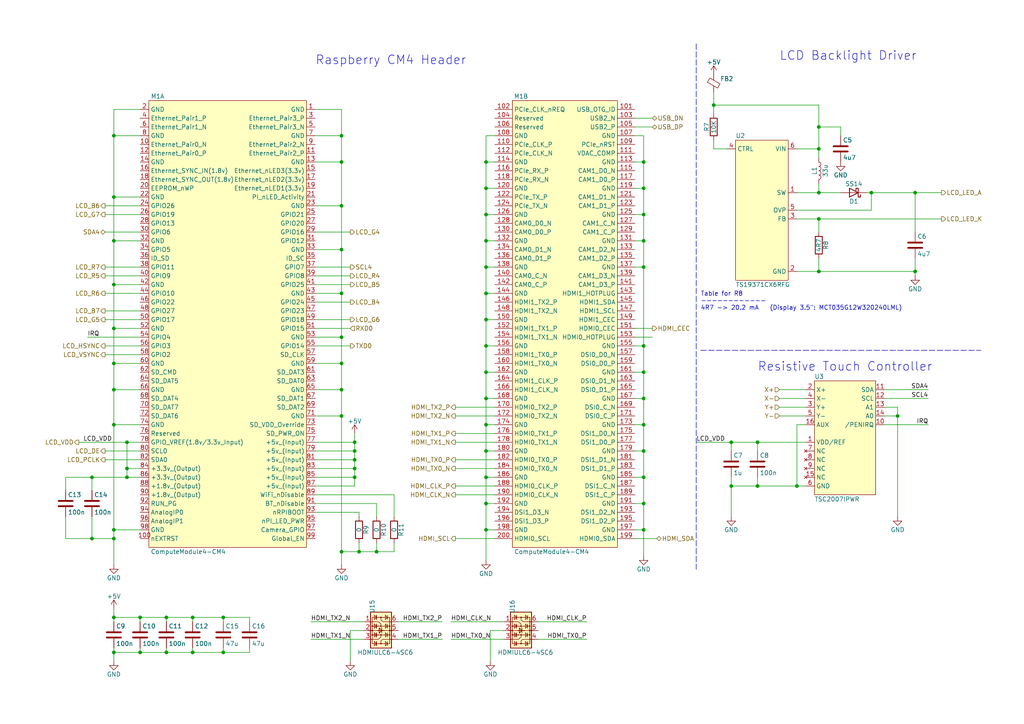
<source format=kicad_sch>
(kicad_sch (version 20211123) (generator eeschema)
  (paper "A4")
  (title_block (title "FlightSimController") (date "2022-12-05") (rev "A") (company "https://github.com/peterheinrich/FlightSimController") (comment 4 "License: CERN-OHL-P v2"))
  (lib_symbols
    (symbol "CM4IO:ComputeModule4-CM4"
      (property "Reference" "M?" (at 2.54 1.27 0))
      (property "Value" "ComputeModule4-CM4" (at 11.43 -130.81 0))
      (symbol "ComputeModule4-CM4_1_1"
        (pin power_in line (at 48.26 -2.54 180) (length 2.54) (name "GND") (number "1"))
        (pin passive line (at -2.54 -12.7 0) (length 2.54) (name "Ethernet_Pair0_N") (number "10"))
        (pin output line (at -2.54 -127 0) (length 2.54) (name "nEXTRST") (number "100"))
        (pin passive line (at 48.26 -15.24 180) (length 2.54) (name "Ethernet_Pair2_P") (number "11"))
        (pin passive line (at -2.54 -15.24 0) (length 2.54) (name "Ethernet_Pair0_P") (number "12"))
        (pin power_in line (at 48.26 -17.78 180) (length 2.54) (name "GND") (number "13"))
        (pin power_in line (at -2.54 -17.78 0) (length 2.54) (name "GND") (number "14"))
        (pin output line (at 48.26 -20.32 180) (length 2.54) (name "Ethernet_nLED3(3.3v)") (number "15"))
        (pin input line (at -2.54 -20.32 0) (length 2.54) (name "Ethernet_SYNC_IN(1.8v)") (number "16"))
        (pin output line (at 48.26 -22.86 180) (length 2.54) (name "Ethernet_nLED2(3.3v)") (number "17"))
        (pin input line (at -2.54 -22.86 0) (length 2.54) (name "Ethernet_SYNC_OUT(1.8v)") (number "18"))
        (pin output line (at 48.26 -25.4 180) (length 2.54) (name "Ethernet_nLED1(3.3v)") (number "19"))
        (pin power_in line (at -2.54 -2.54 0) (length 2.54) (name "GND") (number "2"))
        (pin passive line (at -2.54 -25.4 0) (length 2.54) (name "EEPROM_nWP") (number "20"))
        (pin open_collector line (at 48.26 -27.94 180) (length 2.54) (name "PI_nLED_Activity") (number "21"))
        (pin power_in line (at -2.54 -27.94 0) (length 2.54) (name "GND") (number "22"))
        (pin power_in line (at 48.26 -30.48 180) (length 2.54) (name "GND") (number "23"))
        (pin passive line (at -2.54 -30.48 0) (length 2.54) (name "GPIO26") (number "24"))
        (pin passive line (at 48.26 -33.02 180) (length 2.54) (name "GPIO21") (number "25"))
        (pin passive line (at -2.54 -33.02 0) (length 2.54) (name "GPIO19") (number "26"))
        (pin passive line (at 48.26 -35.56 180) (length 2.54) (name "GPIO20") (number "27"))
        (pin passive line (at -2.54 -35.56 0) (length 2.54) (name "GPIO13") (number "28"))
        (pin passive line (at 48.26 -38.1 180) (length 2.54) (name "GPIO16") (number "29"))
        (pin passive line (at 48.26 -5.08 180) (length 2.54) (name "Ethernet_Pair3_P") (number "3"))
        (pin passive line (at -2.54 -38.1 0) (length 2.54) (name "GPIO6") (number "30"))
        (pin passive line (at 48.26 -40.64 180) (length 2.54) (name "GPIO12") (number "31"))
        (pin power_in line (at -2.54 -40.64 0) (length 2.54) (name "GND") (number "32"))
        (pin power_in line (at 48.26 -43.18 180) (length 2.54) (name "GND") (number "33"))
        (pin passive line (at -2.54 -43.18 0) (length 2.54) (name "GPIO5") (number "34"))
        (pin passive line (at 48.26 -45.72 180) (length 2.54) (name "ID_SC") (number "35"))
        (pin passive line (at -2.54 -45.72 0) (length 2.54) (name "ID_SD") (number "36"))
        (pin passive line (at 48.26 -48.26 180) (length 2.54) (name "GPIO7") (number "37"))
        (pin passive line (at -2.54 -48.26 0) (length 2.54) (name "GPIO11") (number "38"))
        (pin passive line (at 48.26 -50.8 180) (length 2.54) (name "GPIO8") (number "39"))
        (pin passive line (at -2.54 -5.08 0) (length 2.54) (name "Ethernet_Pair1_P") (number "4"))
        (pin passive line (at -2.54 -50.8 0) (length 2.54) (name "GPIO9") (number "40"))
        (pin passive line (at 48.26 -53.34 180) (length 2.54) (name "GPIO25") (number "41"))
        (pin power_in line (at -2.54 -53.34 0) (length 2.54) (name "GND") (number "42"))
        (pin power_in line (at 48.26 -55.88 180) (length 2.54) (name "GND") (number "43"))
        (pin passive line (at -2.54 -55.88 0) (length 2.54) (name "GPIO10") (number "44"))
        (pin passive line (at 48.26 -58.42 180) (length 2.54) (name "GPIO24") (number "45"))
        (pin passive line (at -2.54 -58.42 0) (length 2.54) (name "GPIO22") (number "46"))
        (pin passive line (at 48.26 -60.96 180) (length 2.54) (name "GPIO23") (number "47"))
        (pin passive line (at -2.54 -60.96 0) (length 2.54) (name "GPIO27") (number "48"))
        (pin passive line (at 48.26 -63.5 180) (length 2.54) (name "GPIO18") (number "49"))
        (pin passive line (at 48.26 -7.62 180) (length 2.54) (name "Ethernet_Pair3_N") (number "5"))
        (pin passive line (at -2.54 -63.5 0) (length 2.54) (name "GPIO17") (number "50"))
        (pin passive line (at 48.26 -66.04 180) (length 2.54) (name "GPIO15") (number "51"))
        (pin power_in line (at -2.54 -66.04 0) (length 2.54) (name "GND") (number "52"))
        (pin power_in line (at 48.26 -68.58 180) (length 2.54) (name "GND") (number "53"))
        (pin passive line (at -2.54 -68.58 0) (length 2.54) (name "GPIO4") (number "54"))
        (pin passive line (at 48.26 -71.12 180) (length 2.54) (name "GPIO14") (number "55"))
        (pin passive line (at -2.54 -71.12 0) (length 2.54) (name "GPIO3") (number "56"))
        (pin passive line (at 48.26 -73.66 180) (length 2.54) (name "SD_CLK") (number "57"))
        (pin passive line (at -2.54 -73.66 0) (length 2.54) (name "GPIO2") (number "58"))
        (pin power_in line (at 48.26 -76.2 180) (length 2.54) (name "GND") (number "59"))
        (pin passive line (at -2.54 -7.62 0) (length 2.54) (name "Ethernet_Pair1_N") (number "6"))
        (pin power_in line (at -2.54 -76.2 0) (length 2.54) (name "GND") (number "60"))
        (pin passive line (at 48.26 -78.74 180) (length 2.54) (name "SD_DAT3") (number "61"))
        (pin passive line (at -2.54 -78.74 0) (length 2.54) (name "SD_CMD") (number "62"))
        (pin passive line (at 48.26 -81.28 180) (length 2.54) (name "SD_DAT0") (number "63"))
        (pin passive line (at -2.54 -81.28 0) (length 2.54) (name "SD_DAT5") (number "64"))
        (pin power_in line (at 48.26 -83.82 180) (length 2.54) (name "GND") (number "65"))
        (pin power_in line (at -2.54 -83.82 0) (length 2.54) (name "GND") (number "66"))
        (pin passive line (at 48.26 -86.36 180) (length 2.54) (name "SD_DAT1") (number "67"))
        (pin passive line (at -2.54 -86.36 0) (length 2.54) (name "SD_DAT4") (number "68"))
        (pin passive line (at 48.26 -88.9 180) (length 2.54) (name "SD_DAT2") (number "69"))
        (pin power_in line (at 48.26 -10.16 180) (length 2.54) (name "GND") (number "7"))
        (pin passive line (at -2.54 -88.9 0) (length 2.54) (name "SD_DAT7") (number "70"))
        (pin power_in line (at 48.26 -91.44 180) (length 2.54) (name "GND") (number "71"))
        (pin passive line (at -2.54 -91.44 0) (length 2.54) (name "SD_DAT6") (number "72"))
        (pin input line (at 48.26 -93.98 180) (length 2.54) (name "SD_VDD_Override") (number "73"))
        (pin power_in line (at -2.54 -93.98 0) (length 2.54) (name "GND") (number "74"))
        (pin output line (at 48.26 -96.52 180) (length 2.54) (name "SD_PWR_ON") (number "75"))
        (pin passive line (at -2.54 -96.52 0) (length 2.54) (name "Reserved") (number "76"))
        (pin power_in line (at 48.26 -99.06 180) (length 2.54) (name "+5v_(Input)") (number "77"))
        (pin power_in line (at -2.54 -99.06 0) (length 2.54) (name "GPIO_VREF(1.8v/3.3v_Input)") (number "78"))
        (pin power_in line (at 48.26 -101.6 180) (length 2.54) (name "+5v_(Input)") (number "79"))
        (pin power_in line (at -2.54 -10.16 0) (length 2.54) (name "GND") (number "8"))
        (pin passive line (at -2.54 -101.6 0) (length 2.54) (name "SCL0") (number "80"))
        (pin power_in line (at 48.26 -104.14 180) (length 2.54) (name "+5v_(Input)") (number "81"))
        (pin passive line (at -2.54 -104.14 0) (length 2.54) (name "SDA0") (number "82"))
        (pin power_in line (at 48.26 -106.68 180) (length 2.54) (name "+5v_(Input)") (number "83"))
        (pin power_out line (at -2.54 -106.68 0) (length 2.54) (name "+3.3v_(Output)") (number "84"))
        (pin power_in line (at 48.26 -109.22 180) (length 2.54) (name "+5v_(Input)") (number "85"))
        (pin power_out line (at -2.54 -109.22 0) (length 2.54) (name "+3.3v_(Output)") (number "86"))
        (pin power_in line (at 48.26 -111.76 180) (length 2.54) (name "+5v_(Input)") (number "87"))
        (pin power_out line (at -2.54 -111.76 0) (length 2.54) (name "+1.8v_(Output)") (number "88"))
        (pin power_in line (at 48.26 -114.3 180) (length 2.54) (name "WiFi_nDisable") (number "89"))
        (pin passive line (at 48.26 -12.7 180) (length 2.54) (name "Ethernet_Pair2_N") (number "9"))
        (pin power_out line (at -2.54 -114.3 0) (length 2.54) (name "+1.8v_(Output)") (number "90"))
        (pin power_in line (at 48.26 -116.84 180) (length 2.54) (name "BT_nDisable") (number "91"))
        (pin passive line (at -2.54 -116.84 0) (length 2.54) (name "RUN_PG") (number "92"))
        (pin input line (at 48.26 -119.38 180) (length 2.54) (name "nRPIBOOT") (number "93"))
        (pin passive line (at -2.54 -119.38 0) (length 2.54) (name "AnalogIP0") (number "94"))
        (pin output line (at 48.26 -121.92 180) (length 2.54) (name "nPI_LED_PWR") (number "95"))
        (pin passive line (at -2.54 -121.92 0) (length 2.54) (name "AnalogIP1") (number "96"))
        (pin passive line (at 48.26 -124.46 180) (length 2.54) (name "Camera_GPIO") (number "97"))
        (pin power_in line (at -2.54 -124.46 0) (length 2.54) (name "GND") (number "98"))
        (pin input line (at 48.26 -127 180) (length 2.54) (name "Global_EN") (number "99"))
      )
      (symbol "ComputeModule4-CM4_2_1"
        (pin input line (at 35.56 -2.54 180) (length 5.08) (name "USB_OTG_ID") (number "101"))
        (pin input line (at -5.08 -2.54 0) (length 5.08) (name "PCIe_CLK_nREQ") (number "102"))
        (pin passive line (at 35.56 -5.08 180) (length 5.08) (name "USB2_N") (number "103"))
        (pin passive line (at -5.08 -5.08 0) (length 5.08) (name "Reserved") (number "104"))
        (pin passive line (at 35.56 -7.62 180) (length 5.08) (name "USB2_P") (number "105"))
        (pin passive line (at -5.08 -7.62 0) (length 5.08) (name "Reserved") (number "106"))
        (pin power_in line (at 35.56 -10.16 180) (length 5.08) (name "GND") (number "107"))
        (pin power_in line (at -5.08 -10.16 0) (length 5.08) (name "GND") (number "108"))
        (pin bidirectional line (at 35.56 -12.7 180) (length 5.08) (name "PCIe_nRST") (number "109"))
        (pin output line (at -5.08 -12.7 0) (length 5.08) (name "PCIe_CLK_P") (number "110"))
        (pin passive line (at 35.56 -15.24 180) (length 5.08) (name "VDAC_COMP") (number "111"))
        (pin output line (at -5.08 -15.24 0) (length 5.08) (name "PCIe_CLK_N") (number "112"))
        (pin power_in line (at 35.56 -17.78 180) (length 5.08) (name "GND") (number "113"))
        (pin power_in line (at -5.08 -17.78 0) (length 5.08) (name "GND") (number "114"))
        (pin input line (at 35.56 -20.32 180) (length 5.08) (name "CAM1_D0_N") (number "115"))
        (pin input line (at -5.08 -20.32 0) (length 5.08) (name "PCIe_RX_P") (number "116"))
        (pin input line (at 35.56 -22.86 180) (length 5.08) (name "CAM1_D0_P") (number "117"))
        (pin input line (at -5.08 -22.86 0) (length 5.08) (name "PCIe_RX_N") (number "118"))
        (pin power_in line (at 35.56 -25.4 180) (length 5.08) (name "GND") (number "119"))
        (pin power_in line (at -5.08 -25.4 0) (length 5.08) (name "GND") (number "120"))
        (pin input line (at 35.56 -27.94 180) (length 5.08) (name "CAM1_D1_N") (number "121"))
        (pin output line (at -5.08 -27.94 0) (length 5.08) (name "PCIe_TX_P") (number "122"))
        (pin input line (at 35.56 -30.48 180) (length 5.08) (name "CAM1_D1_P") (number "123"))
        (pin output line (at -5.08 -30.48 0) (length 5.08) (name "PCIe_TX_N") (number "124"))
        (pin power_in line (at 35.56 -33.02 180) (length 5.08) (name "GND") (number "125"))
        (pin power_in line (at -5.08 -33.02 0) (length 5.08) (name "GND") (number "126"))
        (pin input line (at 35.56 -35.56 180) (length 5.08) (name "CAM1_C_N") (number "127"))
        (pin input line (at -5.08 -35.56 0) (length 5.08) (name "CAM0_D0_N") (number "128"))
        (pin input line (at 35.56 -38.1 180) (length 5.08) (name "CAM1_C_P") (number "129"))
        (pin input line (at -5.08 -38.1 0) (length 5.08) (name "CAM0_D0_P") (number "130"))
        (pin power_in line (at 35.56 -40.64 180) (length 5.08) (name "GND") (number "131"))
        (pin power_in line (at -5.08 -40.64 0) (length 5.08) (name "GND") (number "132"))
        (pin input line (at 35.56 -43.18 180) (length 5.08) (name "CAM1_D2_N") (number "133"))
        (pin input line (at -5.08 -43.18 0) (length 5.08) (name "CAM0_D1_N") (number "134"))
        (pin input line (at 35.56 -45.72 180) (length 5.08) (name "CAM1_D2_P") (number "135"))
        (pin input line (at -5.08 -45.72 0) (length 5.08) (name "CAM0_D1_P") (number "136"))
        (pin power_in line (at 35.56 -48.26 180) (length 5.08) (name "GND") (number "137"))
        (pin power_in line (at -5.08 -48.26 0) (length 5.08) (name "GND") (number "138"))
        (pin input line (at 35.56 -50.8 180) (length 5.08) (name "CAM1_D3_N") (number "139"))
        (pin input line (at -5.08 -50.8 0) (length 5.08) (name "CAM0_C_N") (number "140"))
        (pin input line (at 35.56 -53.34 180) (length 5.08) (name "CAM1_D3_P") (number "141"))
        (pin input line (at -5.08 -53.34 0) (length 5.08) (name "CAM0_C_P") (number "142"))
        (pin input line (at 35.56 -55.88 180) (length 5.08) (name "HDMI1_HOTPLUG") (number "143"))
        (pin power_in line (at -5.08 -55.88 0) (length 5.08) (name "GND") (number "144"))
        (pin bidirectional line (at 35.56 -58.42 180) (length 5.08) (name "HDMI1_SDA") (number "145"))
        (pin output line (at -5.08 -58.42 0) (length 5.08) (name "HDMI1_TX2_P") (number "146"))
        (pin open_collector line (at 35.56 -60.96 180) (length 5.08) (name "HDMI1_SCL") (number "147"))
        (pin output line (at -5.08 -60.96 0) (length 5.08) (name "HDMI1_TX2_N") (number "148"))
        (pin open_collector line (at 35.56 -63.5 180) (length 5.08) (name "HDMI1_CEC") (number "149"))
        (pin power_in line (at -5.08 -63.5 0) (length 5.08) (name "GND") (number "150"))
        (pin open_collector line (at 35.56 -66.04 180) (length 5.08) (name "HDMI0_CEC") (number "151"))
        (pin output line (at -5.08 -66.04 0) (length 5.08) (name "HDMI1_TX1_P") (number "152"))
        (pin input line (at 35.56 -68.58 180) (length 5.08) (name "HDMI0_HOTPLUG") (number "153"))
        (pin output line (at -5.08 -68.58 0) (length 5.08) (name "HDMI1_TX1_N") (number "154"))
        (pin power_in line (at 35.56 -71.12 180) (length 5.08) (name "GND") (number "155"))
        (pin power_in line (at -5.08 -71.12 0) (length 5.08) (name "GND") (number "156"))
        (pin output line (at 35.56 -73.66 180) (length 5.08) (name "DSI0_D0_N") (number "157"))
        (pin output line (at -5.08 -73.66 0) (length 5.08) (name "HDMI1_TX0_P") (number "158"))
        (pin output line (at 35.56 -76.2 180) (length 5.08) (name "DSI0_D0_P") (number "159"))
        (pin output line (at -5.08 -76.2 0) (length 5.08) (name "HDMI1_TX0_N") (number "160"))
        (pin power_in line (at 35.56 -78.74 180) (length 5.08) (name "GND") (number "161"))
        (pin power_in line (at -5.08 -78.74 0) (length 5.08) (name "GND") (number "162"))
        (pin output line (at 35.56 -81.28 180) (length 5.08) (name "DSI0_D1_N") (number "163"))
        (pin output line (at -5.08 -81.28 0) (length 5.08) (name "HDMI1_CLK_P") (number "164"))
        (pin output line (at 35.56 -83.82 180) (length 5.08) (name "DSI0_D1_P") (number "165"))
        (pin output line (at -5.08 -83.82 0) (length 5.08) (name "HDMI1_CLK_N") (number "166"))
        (pin power_in line (at 35.56 -86.36 180) (length 5.08) (name "GND") (number "167"))
        (pin power_in line (at -5.08 -86.36 0) (length 5.08) (name "GND") (number "168"))
        (pin output line (at 35.56 -88.9 180) (length 5.08) (name "DSI0_C_N") (number "169"))
        (pin output line (at -5.08 -88.9 0) (length 5.08) (name "HDMI0_TX2_P") (number "170"))
        (pin output line (at 35.56 -91.44 180) (length 5.08) (name "DSI0_C_P") (number "171"))
        (pin output line (at -5.08 -91.44 0) (length 5.08) (name "HDMI0_TX2_N") (number "172"))
        (pin power_in line (at 35.56 -93.98 180) (length 5.08) (name "GND") (number "173"))
        (pin power_in line (at -5.08 -93.98 0) (length 5.08) (name "GND") (number "174"))
        (pin output line (at 35.56 -96.52 180) (length 5.08) (name "DSI1_D0_N") (number "175"))
        (pin output line (at -5.08 -96.52 0) (length 5.08) (name "HDMI0_TX1_P") (number "176"))
        (pin output line (at 35.56 -99.06 180) (length 5.08) (name "DSI1_D0_P") (number "177"))
        (pin output line (at -5.08 -99.06 0) (length 5.08) (name "HDMI0_TX1_N") (number "178"))
        (pin power_in line (at 35.56 -101.6 180) (length 5.08) (name "GND") (number "179"))
        (pin power_in line (at -5.08 -101.6 0) (length 5.08) (name "GND") (number "180"))
        (pin output line (at 35.56 -104.14 180) (length 5.08) (name "DSI1_D1_N") (number "181"))
        (pin output line (at -5.08 -104.14 0) (length 5.08) (name "HDMI0_TX0_P") (number "182"))
        (pin output line (at 35.56 -106.68 180) (length 5.08) (name "DSI1_D1_P") (number "183"))
        (pin output line (at -5.08 -106.68 0) (length 5.08) (name "HDMI0_TX0_N") (number "184"))
        (pin power_in line (at 35.56 -109.22 180) (length 5.08) (name "GND") (number "185"))
        (pin power_in line (at -5.08 -109.22 0) (length 5.08) (name "GND") (number "186"))
        (pin output line (at 35.56 -111.76 180) (length 5.08) (name "DSI1_C_N") (number "187"))
        (pin output line (at -5.08 -111.76 0) (length 5.08) (name "HDMI0_CLK_P") (number "188"))
        (pin output line (at 35.56 -114.3 180) (length 5.08) (name "DSI1_C_P") (number "189"))
        (pin output line (at -5.08 -114.3 0) (length 5.08) (name "HDMI0_CLK_N") (number "190"))
        (pin power_in line (at 35.56 -116.84 180) (length 5.08) (name "GND") (number "191"))
        (pin power_in line (at -5.08 -116.84 0) (length 5.08) (name "GND") (number "192"))
        (pin output line (at 35.56 -119.38 180) (length 5.08) (name "DSI1_D2_N") (number "193"))
        (pin output line (at -5.08 -119.38 0) (length 5.08) (name "DSI1_D3_N") (number "194"))
        (pin output line (at 35.56 -121.92 180) (length 5.08) (name "DSI1_D2_P") (number "195"))
        (pin output line (at -5.08 -121.92 0) (length 5.08) (name "DSI1_D3_P") (number "196"))
        (pin power_in line (at 35.56 -124.46 180) (length 5.08) (name "GND") (number "197"))
        (pin power_in line (at -5.08 -124.46 0) (length 5.08) (name "GND") (number "198"))
        (pin bidirectional line (at 35.56 -127 180) (length 5.08) (name "HDMI0_SDA") (number "199"))
        (pin open_collector line (at -5.08 -127 0) (length 5.08) (name "HDMI0_SCL") (number "200"))
      )
    )
    (symbol "Device:C" (pin_numbers hide) (pin_names (offset 0.254))
      (property "Reference" "C" (at 0.635 2.54 0))
      (property "Value" "C" (at 0.635 -2.54 0))
      (symbol "C_1_1"
        (pin passive line (at 0 3.81 270) (length 2.794) (name "~") (number "1"))
        (pin passive line (at 0 -3.81 90) (length 2.794) (name "~") (number "2"))
      )
    )
    (symbol "Device:D_Schottky" (pin_numbers hide) (pin_names (offset 1.016) hide)
      (property "Reference" "D" (at 0 2.54 0))
      (property "Value" "D_Schottky" (at 0 -2.54 0))
      (symbol "D_Schottky_1_1"
        (pin passive line (at -3.81 0 0) (length 2.54) (name "K") (number "1"))
        (pin passive line (at 3.81 0 180) (length 2.54) (name "A") (number "2"))
      )
    )
    (symbol "Device:FerriteBead_Small" (pin_numbers hide) (pin_names (offset 0))
      (property "Reference" "FB" (at 1.905 1.27 0))
      (property "Value" "FerriteBead_Small" (at 1.905 -1.27 0))
      (symbol "FerriteBead_Small_1_1"
        (pin passive line (at 0 2.54 270) (length 1.27) (name "~") (number "1"))
        (pin passive line (at 0 -2.54 90) (length 1.27) (name "~") (number "2"))
      )
    )
    (symbol "Device:L" (pin_numbers hide) (pin_names (offset 1.016) hide)
      (property "Reference" "L" (at -1.27 0 90))
      (property "Value" "L" (at 1.905 0 90))
      (symbol "L_1_1"
        (pin passive line (at 0 3.81 270) (length 1.27) (name "1") (number "1"))
        (pin passive line (at 0 -3.81 90) (length 1.27) (name "2") (number "2"))
      )
    )
    (symbol "Device:R" (pin_numbers hide) (pin_names (offset 0))
      (property "Reference" "R" (at 2.032 0 90))
      (property "Value" "R" (at 0 0 90))
      (symbol "R_1_1"
        (pin passive line (at 0 3.81 270) (length 1.27) (name "~") (number "1"))
        (pin passive line (at 0 -3.81 90) (length 1.27) (name "~") (number "2"))
      )
    )
    (symbol "HDMIULC6:HDMIULC6-4SC6"
      (property "Reference" "U" (at -6.985 -2.54 0))
      (property "Value" "HDMIULC6-4SC6" (at 6.35 1.27 90))
      (symbol "HDMIULC6-4SC6_1_1"
        (pin passive line (at -2.54 -5.08 90) (length 2.54) (name "~") (number "1"))
        (pin passive line (at 0 -5.08 90) (length 2.54) (name "~") (number "2"))
        (pin passive line (at 2.54 -5.08 90) (length 2.54) (name "~") (number "3"))
        (pin passive line (at 2.54 5.08 270) (length 2.54) (name "~") (number "4"))
        (pin passive line (at 0 5.08 270) (length 2.54) (name "~") (number "5"))
        (pin passive line (at -2.54 5.08 270) (length 2.54) (name "~") (number "6"))
      )
    )
    (symbol "TS19371:TS19371CX6RFG"
      (property "Reference" "U" (at 0 1.27 0))
      (property "Value" "TS19371CX6RFG" (at 0 -41.91 0))
      (symbol "TS19371CX6RFG_1_1"
        (pin power_out line (at 17.78 -15.24 180) (length 2.54) (name "SW") (number "1"))
        (pin power_in line (at 17.78 -38.1 180) (length 2.54) (name "GND") (number "2"))
        (pin input line (at 17.78 -22.86 180) (length 2.54) (name "FB") (number "3"))
        (pin input line (at -2.54 -2.54 0) (length 2.54) (name "CTRL") (number "4"))
        (pin input line (at 17.78 -20.32 180) (length 2.54) (name "OVP") (number "5"))
        (pin power_in line (at 17.78 -2.54 180) (length 2.54) (name "VIN") (number "6"))
      )
    )
    (symbol "TSC2007:TSC2007IPWR"
      (property "Reference" "U" (at 0 1.27 0))
      (property "Value" "TSC2007IPWR" (at 0 -34.29 0))
      (symbol "TSC2007IPWR_1_1"
        (pin power_in line (at -2.54 -17.78 0) (length 2.54) (name "VDD/REF") (number "1"))
        (pin output line (at 20.32 -12.7 180) (length 2.54) (name "/PENIRQ") (number "10"))
        (pin bidirectional line (at 20.32 -2.54 180) (length 2.54) (name "SDA") (number "11"))
        (pin input line (at 20.32 -5.08 180) (length 2.54) (name "SCL") (number "12"))
        (pin input line (at 20.32 -7.62 180) (length 2.54) (name "A1") (number "13"))
        (pin input line (at 20.32 -10.16 180) (length 2.54) (name "A0") (number "14"))
        (pin no_connect line (at -2.54 -27.94 0) (length 2.54) (name "NC") (number "15"))
        (pin bidirectional line (at -2.54 -12.7 0) (length 2.54) (name "AUX") (number "16"))
        (pin input line (at -2.54 -2.54 0) (length 2.54) (name "X+") (number "2"))
        (pin input line (at -2.54 -7.62 0) (length 2.54) (name "Y+") (number "3"))
        (pin input line (at -2.54 -5.08 0) (length 2.54) (name "X-") (number "4"))
        (pin input line (at -2.54 -10.16 0) (length 2.54) (name "Y-") (number "5"))
        (pin power_in line (at -2.54 -30.48 0) (length 2.54) (name "GND") (number "6"))
        (pin no_connect line (at -2.54 -20.32 0) (length 2.54) (name "NC") (number "7"))
        (pin no_connect line (at -2.54 -22.86 0) (length 2.54) (name "NC") (number "8"))
        (pin no_connect line (at -2.54 -25.4 0) (length 2.54) (name "NC") (number "9"))
      )
    )
    (symbol "power:+5V" (power) (pin_names (offset 0))
      (property "Value" "+5V" (at 0 3.556 0))
      (symbol "+5V_1_1"
        (pin power_in line (at 0 0 90) (length 0) hide (name "+5V") (number "1"))
      )
    )
    (symbol "power:GND" (power) (pin_names (offset 0))
      (property "Value" "GND" (at 0 -3.81 0))
      (symbol "GND_1_1"
        (pin power_in line (at 0 0 270) (length 0) hide (name "GND") (number "1"))
      )
    )
  )
  (junction (at 33.02 156.21))
  (junction (at 40.64 189.23))
  (junction (at 33.02 82.55))
  (junction (at 109.22 160.02))
  (junction (at 33.02 39.37))
  (junction (at 26.67 138.43))
  (junction (at 219.71 128.27))
  (junction (at 99.06 97.79))
  (junction (at 186.69 54.61))
  (junction (at 140.97 92.71))
  (junction (at 237.49 36.83))
  (junction (at 186.69 138.43))
  (junction (at 265.43 55.88))
  (junction (at 33.02 189.23))
  (junction (at 231.14 140.97))
  (junction (at 33.02 69.85))
  (junction (at 33.02 57.15))
  (junction (at 186.69 100.33))
  (junction (at 186.69 69.85))
  (junction (at 99.06 120.65))
  (junction (at 237.49 63.5))
  (junction (at 140.97 153.67))
  (junction (at 33.02 153.67))
  (junction (at 33.02 123.19))
  (junction (at 55.88 189.23))
  (junction (at 102.87 138.43))
  (junction (at 140.97 130.81))
  (junction (at 237.49 55.88))
  (junction (at 48.26 179.07))
  (junction (at 64.77 179.07))
  (junction (at 99.06 72.39))
  (junction (at 48.26 189.23))
  (junction (at 99.06 46.99))
  (junction (at 237.49 78.74))
  (junction (at 102.87 135.89))
  (junction (at 186.69 62.23))
  (junction (at 140.97 146.05))
  (junction (at 207.01 30.48))
  (junction (at 186.69 146.05))
  (junction (at 99.06 105.41))
  (junction (at 102.87 133.35))
  (junction (at 237.49 43.18))
  (junction (at 186.69 77.47))
  (junction (at 252.73 55.88))
  (junction (at 219.71 140.97))
  (junction (at 36.83 135.89))
  (junction (at 140.97 54.61))
  (junction (at 55.88 179.07))
  (junction (at 140.97 100.33))
  (junction (at 140.97 115.57))
  (junction (at 33.02 95.25))
  (junction (at 265.43 78.74))
  (junction (at 140.97 62.23))
  (junction (at 33.02 179.07))
  (junction (at 99.06 59.69))
  (junction (at 36.83 128.27))
  (junction (at 140.97 123.19))
  (junction (at 36.83 138.43))
  (junction (at 186.69 107.95))
  (junction (at 99.06 113.03))
  (junction (at 64.77 189.23))
  (junction (at 186.69 153.67))
  (junction (at 33.02 113.03))
  (junction (at 140.97 107.95))
  (junction (at 26.67 156.21))
  (junction (at 140.97 46.99))
  (junction (at 33.02 105.41))
  (junction (at 99.06 39.37))
  (junction (at 186.69 115.57))
  (junction (at 212.09 140.97))
  (junction (at 140.97 138.43))
  (junction (at 212.09 128.27))
  (junction (at 140.97 77.47))
  (junction (at 104.14 160.02))
  (junction (at 99.06 160.02))
  (junction (at 102.87 130.81))
  (junction (at 99.06 85.09))
  (junction (at 186.69 123.19))
  (junction (at 260.35 120.65))
  (junction (at 140.97 85.09))
  (junction (at 102.87 128.27))
  (junction (at 186.69 46.99))
  (junction (at 186.69 130.81))
  (junction (at 40.64 179.07))
  (junction (at 140.97 69.85))
  (wire (pts (xy 33.02 82.55) (xy 33.02 95.25)))
  (wire (pts (xy 186.69 146.05) (xy 184.15 146.05)))
  (wire (pts (xy 33.02 123.19) (xy 40.64 123.19)))
  (wire (pts (xy 140.97 85.09) (xy 140.97 77.47)))
  (wire (pts (xy 207.01 43.18) (xy 210.82 43.18)))
  (wire (pts (xy 33.02 153.67) (xy 40.64 153.67)))
  (wire (pts (xy 186.69 161.29) (xy 186.69 153.67)))
  (wire (pts (xy 91.44 77.47) (xy 101.6 77.47)))
  (wire (pts (xy 142.24 191.77) (xy 142.24 182.88)))
  (wire (pts (xy 104.14 148.59) (xy 91.44 148.59)))
  (wire (pts (xy 207.01 30.48) (xy 207.01 26.67)))
  (wire (pts (xy 219.71 140.97) (xy 212.09 140.97)))
  (wire (pts (xy 237.49 36.83) (xy 243.84 36.83)))
  (wire (pts (xy 19.05 138.43) (xy 19.05 142.24)))
  (wire (pts (xy 265.43 74.93) (xy 265.43 78.74)))
  (wire (pts (xy 91.44 100.33) (xy 101.6 100.33)))
  (wire (pts (xy 109.22 160.02) (xy 114.3 160.02)))
  (wire (pts (xy 140.97 54.61) (xy 143.51 54.61)))
  (wire (pts (xy 186.69 107.95) (xy 184.15 107.95)))
  (wire (pts (xy 48.26 179.07) (xy 55.88 179.07)))
  (wire (pts (xy 19.05 156.21) (xy 26.67 156.21)))
  (wire (pts (xy 72.39 179.07) (xy 72.39 180.34)))
  (wire (pts (xy 91.44 87.63) (xy 101.6 87.63)))
  (wire (pts (xy 33.02 105.41) (xy 40.64 105.41)))
  (wire (pts (xy 186.69 100.33) (xy 186.69 77.47)))
  (wire (pts (xy 184.15 36.83) (xy 189.23 36.83)))
  (wire (pts (xy 55.88 189.23) (xy 64.77 189.23)))
  (wire (pts (xy 243.84 39.37) (xy 243.84 36.83)))
  (wire (pts (xy 99.06 120.65) (xy 91.44 120.65)))
  (wire (pts (xy 102.87 138.43) (xy 102.87 140.97)))
  (wire (pts (xy 99.06 46.99) (xy 99.06 59.69)))
  (wire (pts (xy 91.44 72.39) (xy 99.06 72.39)))
  (wire (pts (xy 156.21 180.34) (xy 170.18 180.34)))
  (wire (pts (xy 186.69 69.85) (xy 184.15 69.85)))
  (wire (pts (xy 140.97 62.23) (xy 140.97 54.61)))
  (wire (pts (xy 219.71 128.27) (xy 219.71 130.81)))
  (wire (pts (xy 140.97 46.99) (xy 143.51 46.99)))
  (wire (pts (xy 140.97 54.61) (xy 140.97 46.99)))
  (wire (pts (xy 207.01 30.48) (xy 237.49 30.48)))
  (wire (pts (xy 99.06 97.79) (xy 99.06 105.41)))
  (wire (pts (xy 40.64 31.75) (xy 33.02 31.75)))
  (wire (pts (xy 140.97 115.57) (xy 143.51 115.57)))
  (wire (pts (xy 140.97 138.43) (xy 140.97 130.81)))
  (wire (pts (xy 25.4 97.79) (xy 40.64 97.79)))
  (wire (pts (xy 212.09 128.27) (xy 201.93 128.27)))
  (wire (pts (xy 212.09 128.27) (xy 212.09 130.81)))
  (wire (pts (xy 33.02 113.03) (xy 40.64 113.03)))
  (wire (pts (xy 186.69 123.19) (xy 184.15 123.19)))
  (wire (pts (xy 212.09 138.43) (xy 212.09 140.97)))
  (wire (pts (xy 186.69 46.99) (xy 184.15 46.99)))
  (wire (pts (xy 91.44 130.81) (xy 102.87 130.81)))
  (wire (pts (xy 91.44 59.69) (xy 99.06 59.69)))
  (wire (pts (xy 237.49 43.18) (xy 231.14 43.18)))
  (wire (pts (xy 256.54 123.19) (xy 269.24 123.19)))
  (wire (pts (xy 33.02 176.53) (xy 33.02 179.07)))
  (wire (pts (xy 91.44 67.31) (xy 101.6 67.31)))
  (wire (pts (xy 30.48 62.23) (xy 40.64 62.23)))
  (wire (pts (xy 30.48 77.47) (xy 40.64 77.47)))
  (wire (pts (xy 33.02 189.23) (xy 40.64 189.23)))
  (wire (pts (xy 33.02 57.15) (xy 33.02 69.85)))
  (wire (pts (xy 132.08 140.97) (xy 143.51 140.97)))
  (wire (pts (xy 265.43 55.88) (xy 273.05 55.88)))
  (wire (pts (xy 233.68 140.97) (xy 231.14 140.97)))
  (wire (pts (xy 33.02 69.85) (xy 33.02 82.55)))
  (wire (pts (xy 115.57 180.34) (xy 128.27 180.34)))
  (wire (pts (xy 55.88 179.07) (xy 55.88 180.34)))
  (wire (pts (xy 91.44 80.01) (xy 101.6 80.01)))
  (wire (pts (xy 91.44 143.51) (xy 114.3 143.51)))
  (wire (pts (xy 184.15 97.79) (xy 189.23 97.79)))
  (wire (pts (xy 231.14 78.74) (xy 237.49 78.74)))
  (wire (pts (xy 237.49 74.93) (xy 237.49 78.74)))
  (wire (pts (xy 170.18 185.42) (xy 156.21 185.42)))
  (wire (pts (xy 104.14 160.02) (xy 109.22 160.02)))
  (wire (pts (xy 102.87 125.73) (xy 102.87 128.27)))
  (wire (pts (xy 256.54 113.03) (xy 269.24 113.03)))
  (wire (pts (xy 140.97 123.19) (xy 143.51 123.19)))
  (wire (pts (xy 99.06 59.69) (xy 99.06 72.39)))
  (wire (pts (xy 64.77 179.07) (xy 72.39 179.07)))
  (wire (pts (xy 91.44 113.03) (xy 99.06 113.03)))
  (wire (pts (xy 26.67 156.21) (xy 33.02 156.21)))
  (wire (pts (xy 237.49 63.5) (xy 237.49 67.31)))
  (wire (pts (xy 19.05 149.86) (xy 19.05 156.21)))
  (wire (pts (xy 30.48 67.31) (xy 40.64 67.31)))
  (wire (pts (xy 260.35 118.11) (xy 256.54 118.11)))
  (wire (pts (xy 186.69 77.47) (xy 186.69 69.85)))
  (wire (pts (xy 140.97 107.95) (xy 140.97 100.33)))
  (wire (pts (xy 33.02 105.41) (xy 33.02 113.03)))
  (wire (pts (xy 102.87 135.89) (xy 102.87 138.43)))
  (wire (pts (xy 237.49 30.48) (xy 237.49 36.83)))
  (wire (pts (xy 237.49 63.5) (xy 273.05 63.5)))
  (wire (pts (xy 33.02 69.85) (xy 40.64 69.85)))
  (wire (pts (xy 184.15 34.29) (xy 189.23 34.29)))
  (wire (pts (xy 132.08 128.27) (xy 143.51 128.27)))
  (wire (pts (xy 186.69 115.57) (xy 184.15 115.57)))
  (wire (pts (xy 140.97 77.47) (xy 140.97 69.85)))
  (wire (pts (xy 36.83 138.43) (xy 40.64 138.43)))
  (wire (pts (xy 140.97 130.81) (xy 140.97 123.19)))
  (wire (pts (xy 33.02 113.03) (xy 33.02 123.19)))
  (wire (pts (xy 140.97 69.85) (xy 143.51 69.85)))
  (wire (pts (xy 186.69 54.61) (xy 186.69 46.99)))
  (wire (pts (xy 186.69 62.23) (xy 186.69 54.61)))
  (wire (pts (xy 101.6 191.77) (xy 101.6 182.88)))
  (wire (pts (xy 33.02 123.19) (xy 33.02 153.67)))
  (wire (pts (xy 33.02 187.96) (xy 33.02 189.23)))
  (polyline (pts (xy 203.2 101.6) (xy 284.48 101.6)))
  (wire (pts (xy 40.64 179.07) (xy 48.26 179.07)))
  (wire (pts (xy 115.57 185.42) (xy 128.27 185.42)))
  (wire (pts (xy 186.69 130.81) (xy 184.15 130.81)))
  (wire (pts (xy 237.49 36.83) (xy 237.49 43.18)))
  (wire (pts (xy 140.97 138.43) (xy 143.51 138.43)))
  (wire (pts (xy 91.44 97.79) (xy 99.06 97.79)))
  (wire (pts (xy 99.06 160.02) (xy 99.06 163.83)))
  (wire (pts (xy 33.02 82.55) (xy 40.64 82.55)))
  (wire (pts (xy 265.43 55.88) (xy 252.73 55.88)))
  (wire (pts (xy 132.08 133.35) (xy 143.51 133.35)))
  (wire (pts (xy 186.69 146.05) (xy 186.69 138.43)))
  (wire (pts (xy 186.69 130.81) (xy 186.69 123.19)))
  (wire (pts (xy 140.97 92.71) (xy 143.51 92.71)))
  (wire (pts (xy 48.26 187.96) (xy 48.26 189.23)))
  (wire (pts (xy 30.48 92.71) (xy 40.64 92.71)))
  (wire (pts (xy 33.02 189.23) (xy 33.02 191.77)))
  (wire (pts (xy 140.97 153.67) (xy 140.97 146.05)))
  (wire (pts (xy 132.08 135.89) (xy 143.51 135.89)))
  (wire (pts (xy 132.08 118.11) (xy 143.51 118.11)))
  (wire (pts (xy 91.44 138.43) (xy 102.87 138.43)))
  (wire (pts (xy 140.97 39.37) (xy 143.51 39.37)))
  (wire (pts (xy 26.67 149.86) (xy 26.67 156.21)))
  (wire (pts (xy 72.39 189.23) (xy 72.39 187.96)))
  (wire (pts (xy 99.06 120.65) (xy 99.06 160.02)))
  (wire (pts (xy 226.06 118.11) (xy 233.68 118.11)))
  (wire (pts (xy 140.97 123.19) (xy 140.97 115.57)))
  (wire (pts (xy 186.69 153.67) (xy 184.15 153.67)))
  (wire (pts (xy 40.64 179.07) (xy 40.64 180.34)))
  (wire (pts (xy 91.44 135.89) (xy 102.87 135.89)))
  (wire (pts (xy 186.69 153.67) (xy 186.69 146.05)))
  (wire (pts (xy 91.44 95.25) (xy 101.6 95.25)))
  (wire (pts (xy 207.01 40.64) (xy 207.01 43.18)))
  (wire (pts (xy 256.54 120.65) (xy 260.35 120.65)))
  (wire (pts (xy 231.14 55.88) (xy 237.49 55.88)))
  (wire (pts (xy 140.97 62.23) (xy 143.51 62.23)))
  (wire (pts (xy 140.97 107.95) (xy 143.51 107.95)))
  (wire (pts (xy 146.05 180.34) (xy 130.81 180.34)))
  (wire (pts (xy 265.43 78.74) (xy 265.43 80.01)))
  (wire (pts (xy 114.3 143.51) (xy 114.3 149.86)))
  (wire (pts (xy 91.44 82.55) (xy 101.6 82.55)))
  (wire (pts (xy 90.17 180.34) (xy 105.41 180.34)))
  (wire (pts (xy 109.22 146.05) (xy 109.22 149.86)))
  (wire (pts (xy 140.97 92.71) (xy 140.97 85.09)))
  (wire (pts (xy 102.87 128.27) (xy 102.87 130.81)))
  (wire (pts (xy 91.44 133.35) (xy 102.87 133.35)))
  (wire (pts (xy 186.69 54.61) (xy 184.15 54.61)))
  (wire (pts (xy 64.77 189.23) (xy 72.39 189.23)))
  (wire (pts (xy 186.69 107.95) (xy 186.69 100.33)))
  (wire (pts (xy 140.97 146.05) (xy 143.51 146.05)))
  (wire (pts (xy 33.02 31.75) (xy 33.02 39.37)))
  (wire (pts (xy 91.44 92.71) (xy 101.6 92.71)))
  (wire (pts (xy 219.71 138.43) (xy 219.71 140.97)))
  (wire (pts (xy 30.48 102.87) (xy 40.64 102.87)))
  (wire (pts (xy 237.49 43.18) (xy 237.49 45.72)))
  (wire (pts (xy 40.64 187.96) (xy 40.64 189.23)))
  (wire (pts (xy 142.24 182.88) (xy 146.05 182.88)))
  (wire (pts (xy 102.87 133.35) (xy 102.87 135.89)))
  (wire (pts (xy 237.49 55.88) (xy 237.49 53.34)))
  (wire (pts (xy 140.97 100.33) (xy 140.97 92.71)))
  (wire (pts (xy 55.88 179.07) (xy 64.77 179.07)))
  (wire (pts (xy 36.83 135.89) (xy 36.83 138.43)))
  (wire (pts (xy 207.01 33.02) (xy 207.01 30.48)))
  (wire (pts (xy 91.44 128.27) (xy 102.87 128.27)))
  (wire (pts (xy 33.02 39.37) (xy 33.02 57.15)))
  (wire (pts (xy 140.97 85.09) (xy 143.51 85.09)))
  (wire (pts (xy 212.09 128.27) (xy 219.71 128.27)))
  (wire (pts (xy 33.02 95.25) (xy 33.02 105.41)))
  (wire (pts (xy 140.97 46.99) (xy 140.97 39.37)))
  (wire (pts (xy 130.81 185.42) (xy 146.05 185.42)))
  (wire (pts (xy 48.26 189.23) (xy 55.88 189.23)))
  (wire (pts (xy 102.87 130.81) (xy 102.87 133.35)))
  (wire (pts (xy 265.43 67.31) (xy 265.43 55.88)))
  (wire (pts (xy 186.69 46.99) (xy 186.69 39.37)))
  (wire (pts (xy 91.44 146.05) (xy 109.22 146.05)))
  (wire (pts (xy 36.83 128.27) (xy 36.83 135.89)))
  (wire (pts (xy 91.44 31.75) (xy 99.06 31.75)))
  (wire (pts (xy 140.97 162.56) (xy 140.97 153.67)))
  (wire (pts (xy 231.14 123.19) (xy 231.14 140.97)))
  (wire (pts (xy 226.06 113.03) (xy 233.68 113.03)))
  (wire (pts (xy 114.3 160.02) (xy 114.3 157.48)))
  (wire (pts (xy 101.6 182.88) (xy 105.41 182.88)))
  (wire (pts (xy 90.17 185.42) (xy 105.41 185.42)))
  (wire (pts (xy 140.97 130.81) (xy 143.51 130.81)))
  (wire (pts (xy 40.64 189.23) (xy 48.26 189.23)))
  (wire (pts (xy 186.69 138.43) (xy 186.69 130.81)))
  (wire (pts (xy 102.87 140.97) (xy 91.44 140.97)))
  (wire (pts (xy 237.49 55.88) (xy 243.84 55.88)))
  (wire (pts (xy 30.48 85.09) (xy 40.64 85.09)))
  (wire (pts (xy 55.88 187.96) (xy 55.88 189.23)))
  (wire (pts (xy 140.97 115.57) (xy 140.97 107.95)))
  (wire (pts (xy 231.14 63.5) (xy 237.49 63.5)))
  (wire (pts (xy 99.06 105.41) (xy 99.06 113.03)))
  (wire (pts (xy 226.06 120.65) (xy 233.68 120.65)))
  (wire (pts (xy 91.44 85.09) (xy 99.06 85.09)))
  (wire (pts (xy 231.14 60.96) (xy 252.73 60.96)))
  (wire (pts (xy 140.97 146.05) (xy 140.97 138.43)))
  (wire (pts (xy 33.02 180.34) (xy 33.02 179.07)))
  (wire (pts (xy 33.02 39.37) (xy 40.64 39.37)))
  (wire (pts (xy 99.06 85.09) (xy 99.06 97.79)))
  (wire (pts (xy 132.08 120.65) (xy 143.51 120.65)))
  (wire (pts (xy 233.68 123.19) (xy 231.14 123.19)))
  (wire (pts (xy 33.02 179.07) (xy 40.64 179.07)))
  (wire (pts (xy 132.08 125.73) (xy 143.51 125.73)))
  (wire (pts (xy 30.48 90.17) (xy 40.64 90.17)))
  (wire (pts (xy 30.48 59.69) (xy 40.64 59.69)))
  (wire (pts (xy 48.26 179.07) (xy 48.26 180.34)))
  (wire (pts (xy 99.06 113.03) (xy 99.06 120.65)))
  (wire (pts (xy 30.48 133.35) (xy 40.64 133.35)))
  (wire (pts (xy 186.69 39.37) (xy 184.15 39.37)))
  (wire (pts (xy 99.06 31.75) (xy 99.06 39.37)))
  (wire (pts (xy 186.69 100.33) (xy 184.15 100.33)))
  (wire (pts (xy 36.83 138.43) (xy 26.67 138.43)))
  (wire (pts (xy 212.09 140.97) (xy 212.09 149.86)))
  (wire (pts (xy 26.67 138.43) (xy 26.67 142.24)))
  (wire (pts (xy 256.54 115.57) (xy 269.24 115.57)))
  (wire (pts (xy 91.44 105.41) (xy 99.06 105.41)))
  (wire (pts (xy 140.97 153.67) (xy 143.51 153.67)))
  (wire (pts (xy 184.15 156.21) (xy 190.5 156.21)))
  (wire (pts (xy 109.22 160.02) (xy 109.22 157.48)))
  (wire (pts (xy 140.97 100.33) (xy 143.51 100.33)))
  (wire (pts (xy 186.69 138.43) (xy 184.15 138.43)))
  (polyline (pts (xy 201.93 12.7) (xy 201.93 165.1)))
  (wire (pts (xy 186.69 69.85) (xy 186.69 62.23)))
  (wire (pts (xy 91.44 46.99) (xy 99.06 46.99)))
  (wire (pts (xy 186.69 123.19) (xy 186.69 115.57)))
  (wire (pts (xy 252.73 60.96) (xy 252.73 55.88)))
  (wire (pts (xy 132.08 156.21) (xy 143.51 156.21)))
  (wire (pts (xy 30.48 100.33) (xy 40.64 100.33)))
  (wire (pts (xy 30.48 80.01) (xy 40.64 80.01)))
  (wire (pts (xy 252.73 55.88) (xy 251.46 55.88)))
  (wire (pts (xy 30.48 130.81) (xy 40.64 130.81)))
  (wire (pts (xy 26.67 138.43) (xy 19.05 138.43)))
  (wire (pts (xy 33.02 57.15) (xy 40.64 57.15)))
  (wire (pts (xy 226.06 115.57) (xy 233.68 115.57)))
  (wire (pts (xy 219.71 128.27) (xy 233.68 128.27)))
  (wire (pts (xy 91.44 39.37) (xy 99.06 39.37)))
  (wire (pts (xy 186.69 62.23) (xy 184.15 62.23)))
  (wire (pts (xy 64.77 179.07) (xy 64.77 180.34)))
  (wire (pts (xy 99.06 72.39) (xy 99.06 85.09)))
  (wire (pts (xy 186.69 77.47) (xy 184.15 77.47)))
  (wire (pts (xy 104.14 160.02) (xy 104.14 157.48)))
  (wire (pts (xy 99.06 160.02) (xy 104.14 160.02)))
  (wire (pts (xy 237.49 78.74) (xy 265.43 78.74)))
  (wire (pts (xy 184.15 95.25) (xy 189.23 95.25)))
  (wire (pts (xy 33.02 156.21) (xy 33.02 163.83)))
  (wire (pts (xy 33.02 95.25) (xy 40.64 95.25)))
  (wire (pts (xy 33.02 153.67) (xy 33.02 156.21)))
  (wire (pts (xy 132.08 143.51) (xy 143.51 143.51)))
  (wire (pts (xy 140.97 69.85) (xy 140.97 62.23)))
  (wire (pts (xy 140.97 77.47) (xy 143.51 77.47)))
  (wire (pts (xy 22.86 128.27) (xy 36.83 128.27)))
  (wire (pts (xy 260.35 120.65) (xy 260.35 118.11)))
  (wire (pts (xy 104.14 149.86) (xy 104.14 148.59)))
  (wire (pts (xy 186.69 115.57) (xy 186.69 107.95)))
  (wire (pts (xy 36.83 135.89) (xy 40.64 135.89)))
  (wire (pts (xy 99.06 39.37) (xy 99.06 46.99)))
  (wire (pts (xy 64.77 187.96) (xy 64.77 189.23)))
  (wire (pts (xy 40.64 128.27) (xy 36.83 128.27)))
  (wire (pts (xy 231.14 140.97) (xy 219.71 140.97)))
  (wire (pts (xy 260.35 120.65) (xy 260.35 149.86)))
  (text "Table for R8\n------------\n4R7 -> 20.2 mA	(Display 3.5\": MCT035G12W320240LML)" (at 203.2 90.17 0) (effects (font (size 1.27 1.27)) (justify left bottom)))
  (text "LCD Backlight Driver" (at 226.06 17.78 0) (effects (font (size 2.54 2.54)) (justify left bottom)))
  (text "Raspberry CM4 Header" (at 91.44 19.05 0) (effects (font (size 2.54 2.54)) (justify left bottom)))
  (text "Resistive Touch Controller" (at 219.71 107.95 0) (effects (font (size 2.54 2.54)) (justify left bottom)))
  (label "HDMI_TX2_N" (at 90.17 180.34 0))
  (label "HDMI_CLK_N" (at 130.81 180.34 0))
  (label "LCD_VDD" (at 24.13 128.27 0))
  (label "LCD_VDD" (at 201.93 128.27 0))
  (label "IRQ" (at 269.24 123.19 180))
  (label "HDMI_TX2_P" (at 128.27 180.34 180))
  (label "IRQ" (at 25.4 97.79 0))
  (label "SCL4" (at 269.24 115.57 180))
  (label "HDMI_TX0_P" (at 170.18 185.42 180))
  (label "HDMI_TX1_N" (at 90.17 185.42 0))
  (label "HDMI_TX1_P" (at 128.27 185.42 180))
  (label "HDMI_CLK_P" (at 170.18 180.34 180))
  (label "SDA4" (at 269.24 113.03 180))
  (label "HDMI_TX0_N" (at 130.81 185.42 0))
  (hierarchical_label "HDMI_CLK_N" (shape output) (at 132.08 143.51 180))
  (hierarchical_label "TXD0" (shape output) (at 101.6 100.33 0))
  (hierarchical_label "HDMI_TX2_N" (shape output) (at 132.08 120.65 180))
  (hierarchical_label "HDMI_CLK_P" (shape output) (at 132.08 140.97 180))
  (hierarchical_label "LCD_B4" (shape output) (at 101.6 87.63 0))
  (hierarchical_label "SDA4" (shape bidirectional) (at 30.48 67.31 180))
  (hierarchical_label "LCD_G7" (shape output) (at 30.48 62.23 180))
  (hierarchical_label "Y-" (shape input) (at 226.06 120.65 180))
  (hierarchical_label "LCD_G5" (shape output) (at 30.48 92.71 180))
  (hierarchical_label "RXD0" (shape input) (at 101.6 95.25 0))
  (hierarchical_label "LCD_HSYNC" (shape output) (at 30.48 100.33 180))
  (hierarchical_label "LCD_B7" (shape output) (at 30.48 90.17 180))
  (hierarchical_label "HDMI_SDA" (shape bidirectional) (at 190.5 156.21 0))
  (hierarchical_label "LCD_VDD" (shape output) (at 22.86 128.27 180))
  (hierarchical_label "LCD_R5" (shape output) (at 30.48 80.01 180))
  (hierarchical_label "X+" (shape input) (at 226.06 113.03 180))
  (hierarchical_label "LCD_G4" (shape output) (at 101.6 67.31 0))
  (hierarchical_label "HDMI_TX1_N" (shape output) (at 132.08 128.27 180))
  (hierarchical_label "LCD_R6" (shape output) (at 30.48 85.09 180))
  (hierarchical_label "USB_DN" (shape bidirectional) (at 189.23 34.29 0))
  (hierarchical_label "LCD_VSYNC" (shape output) (at 30.48 102.87 180))
  (hierarchical_label "LCD_B6" (shape output) (at 30.48 59.69 180))
  (hierarchical_label "LCD_R4" (shape output) (at 101.6 80.01 0))
  (hierarchical_label "LCD_LED_K" (shape output) (at 273.05 63.5 0))
  (hierarchical_label "HDMI_TX0_N" (shape output) (at 132.08 135.89 180))
  (hierarchical_label "HDMI_TX0_P" (shape output) (at 132.08 133.35 180))
  (hierarchical_label "LCD_G6" (shape output) (at 101.6 92.71 0))
  (hierarchical_label "LCD_B5" (shape output) (at 101.6 82.55 0))
  (hierarchical_label "SCL4" (shape output) (at 101.6 77.47 0))
  (hierarchical_label "LCD_PCLK" (shape output) (at 30.48 133.35 180))
  (hierarchical_label "LCD_DE" (shape output) (at 30.48 130.81 180))
  (hierarchical_label "HDMI_TX2_P" (shape output) (at 132.08 118.11 180))
  (hierarchical_label "X-" (shape input) (at 226.06 115.57 180))
  (hierarchical_label "USB_DP" (shape bidirectional) (at 189.23 36.83 0))
  (hierarchical_label "HDMI_SCL" (shape output) (at 132.08 156.21 180))
  (hierarchical_label "HDMI_CEC" (shape output) (at 189.23 95.25 0))
  (hierarchical_label "LCD_R7" (shape output) (at 30.48 77.47 180))
  (hierarchical_label "Y+" (shape input) (at 226.06 118.11 180))
  (hierarchical_label "HDMI_TX1_P" (shape output) (at 132.08 125.73 180))
  (hierarchical_label "LCD_LED_A" (shape output) (at 273.05 55.88 0))
  (symbol (lib_id "Device:C") (at 219.71 134.62 0) (unit 1)
    (property "Reference" "C8" (at 220.345 132.08 0) (effects (justify left)))
    (property "Value" "100n" (at 220.345 137.16 0) (effects (justify left)))
    (property "Footprint" "Capacitor_SMD:C_0603_1608Metric_Pad1.08x0.95mm_HandSolder" (effects hide))
    (property "MPN" "C0603C104K4RACTU" (effects hide))
    (property "ON_FARNELL" "1414610" (effects hide))
  )
  (symbol (lib_id "Device:C") (at 40.64 184.15 0) (unit 1)
    (property "Reference" "C10" (at 41.275 181.61 0) (effects (justify left)))
    (property "Value" "100n" (at 41.275 186.69 0) (effects (justify left)))
    (property "Footprint" "Capacitor_SMD:C_0603_1608Metric_Pad1.08x0.95mm_HandSolder" (effects hide))
    (property "MPN" "C0603C104K4RACTU" (effects hide))
    (property "ON_FARNELL" "1414610" (effects hide))
  )
  (symbol (lib_id "power:GND") (at 243.84 46.99 0) (unit 1)
    (property "Reference" "#PWR031" (effects hide))
    (property "Value" "GND" (at 243.84 50.8 0))
  )
  (symbol (lib_id "Device:R") (at 237.49 71.12 0) (unit 1)
    (property "Reference" "R8" (at 239.522 71.12 90))
    (property "Value" "4R7" (at 237.49 71.12 90))
    (property "Footprint" "Resistor_SMD:R_1206_3216Metric_Pad1.30x1.75mm_HandSolder" (effects hide))
    (property "MPN" "CR1206AF/-4R70EAS" (effects hide))
    (property "ON_FARNELL" "3223654" (effects hide))
  )
  (symbol (lib_id "Device:C") (at 265.43 71.12 0) (unit 1)
    (property "Reference" "C6" (at 266.065 68.58 0) (effects (justify left)))
    (property "Value" "4u7" (at 266.065 73.66 0) (effects (justify left)))
    (property "Footprint" "Capacitor_SMD:C_0805_2012Metric_Pad1.18x1.45mm_HandSolder" (effects hide))
    (property "MPN" "GRM21BR61H475KE51L" (effects hide))
    (property "ON_FARNELL" "2611942" (effects hide))
  )
  (symbol (lib_id "Device:C") (at 64.77 184.15 0) (unit 1)
    (property "Reference" "C15" (at 65.405 181.61 0) (effects (justify left)))
    (property "Value" "47u" (at 65.405 186.69 0) (effects (justify left)))
    (property "Footprint" "Capacitor_SMD:C_0805_2012Metric_Pad1.18x1.45mm_HandSolder" (effects hide))
    (property "MPN" "GRM21BR61A476ME15L" (effects hide))
    (property "ON_FARNELL" "2611939" (effects hide))
  )
  (symbol (lib_id "Device:C") (at 243.84 43.18 0) (unit 1)
    (property "Reference" "C5" (at 244.475 40.64 0) (effects (justify left)))
    (property "Value" "4u7" (at 244.475 45.72 0) (effects (justify left)))
    (property "Footprint" "Capacitor_SMD:C_0805_2012Metric_Pad1.18x1.45mm_HandSolder" (effects hide))
    (property "MPN" "GRM21BR61H475KE51L" (effects hide))
    (property "ON_FARNELL" "2611942" (effects hide))
  )
  (symbol (lib_id "power:GND") (at 212.09 149.86 0) (unit 1)
    (property "Reference" "#PWR034" (effects hide))
    (property "Value" "GND" (at 212.09 153.67 0))
  )
  (symbol (lib_id "power:GND") (at 260.35 149.86 0) (unit 1)
    (property "Reference" "#PWR035" (effects hide))
    (property "Value" "GND" (at 260.35 153.67 0))
  )
  (symbol (lib_id "power:GND") (at 142.24 191.77 0) (unit 1)
    (property "Reference" "#PWR0105" (effects hide))
    (property "Value" "GND" (at 142.24 195.58 0))
  )
  (symbol (lib_id "Device:C") (at 19.05 146.05 0) (unit 1)
    (property "Reference" "C13" (at 19.685 143.51 0) (effects (justify left)))
    (property "Value" "100n" (at 19.685 148.59 0) (effects (justify left)))
    (property "Footprint" "Capacitor_SMD:C_0603_1608Metric_Pad1.08x0.95mm_HandSolder" (effects hide))
    (property "MPN" "C0603C104K4RACTU" (effects hide))
    (property "ON_FARNELL" "1414610" (effects hide))
  )
  (symbol (lib_id "power:GND") (at 99.06 163.83 0) (unit 1)
    (property "Reference" "#PWR039" (effects hide))
    (property "Value" "GND" (at 99.06 167.64 0))
  )
  (symbol (lib_id "Device:D_Schottky") (at 247.65 55.88 180) (unit 1)
    (property "Reference" "D1" (at 247.65 58.42 0))
    (property "Value" "SS14" (at 247.65 53.34 0))
    (property "Footprint" "Diode_SMD:D_SMA_Handsoldering" (effects hide))
    (property "MPN" "SS14-E3/61T" (effects hide))
    (property "ON_FARNELL" "9551280" (effects hide))
  )
  (symbol (lib_id "Device:R") (at 114.3 153.67 0) (unit 1)
    (property "Reference" "R11" (at 116.332 153.67 90))
    (property "Value" "0" (at 114.3 153.67 90))
    (property "Footprint" "Resistor_SMD:R_0603_1608Metric_Pad0.98x0.95mm_HandSolder" (effects hide))
    (property "MPN" "RC0603JR-070RL" (effects hide))
    (property "ON_FARNELL" "9233130" (effects hide))
  )
  (symbol (lib_id "TS19371:TS19371CX6RFG") (at 213.36 40.64 0) (unit 1)
    (property "Reference" "U2" (at 213.36 39.37 0) (effects (justify left)))
    (property "Value" "TS19371CX6RFG" (at 213.36 82.55 0) (effects (justify left)))
    (property "Footprint" "Package_TO_SOT_SMD:SOT-23-6_Handsoldering" (effects hide))
    (property "MPN" "TS19371CX6 RFG" (effects hide))
    (property "ON_FARNELL" "1824780" (effects hide))
  )
  (symbol (lib_id "power:GND") (at 186.69 161.29 0) (unit 1)
    (property "Reference" "#PWR036" (effects hide))
    (property "Value" "GND" (at 186.69 165.1 0))
  )
  (symbol (lib_id "power:+5V") (at 207.01 21.59 0) (unit 1)
    (property "Reference" "#PWR030" (effects hide))
    (property "Value" "+5V" (at 207.01 18.034 0))
  )
  (symbol (lib_id "HDMIULC6:HDMIULC6-4SC6") (at 151.13 182.88 270) (unit 1)
    (property "Reference" "U16" (at 148.59 175.895 0))
    (property "Value" "HDMIULC6-4SC6" (at 152.4 189.23 90))
    (property "Footprint" "Package_TO_SOT_SMD:SOT-23-6" (effects hide))
    (property "MPN" "HDMIULC6-4SC6" (effects hide))
    (property "ON_FARNELL" "1751962" (effects hide))
  )
  (symbol (lib_id "Device:C") (at 72.39 184.15 0) (unit 1)
    (property "Reference" "C16" (at 73.025 181.61 0) (effects (justify left)))
    (property "Value" "47u" (at 73.025 186.69 0) (effects (justify left)))
    (property "Footprint" "Capacitor_SMD:C_0805_2012Metric_Pad1.18x1.45mm_HandSolder" (effects hide))
    (property "MPN" "GRM21BR61A476ME15L" (effects hide))
    (property "ON_FARNELL" "2611939" (effects hide))
  )
  (symbol (lib_id "Device:R") (at 109.22 153.67 0) (unit 1)
    (property "Reference" "R10" (at 111.252 153.67 90))
    (property "Value" "0" (at 109.22 153.67 90))
    (property "Footprint" "Resistor_SMD:R_0603_1608Metric_Pad0.98x0.95mm_HandSolder" (effects hide))
    (property "MPN" "RC0603JR-070RL" (effects hide))
    (property "ON_FARNELL" "9233130" (effects hide))
  )
  (symbol (lib_id "CM4IO:ComputeModule4-CM4") (at 43.18 29.21 0) (unit 1)
    (property "Reference" "M1" (at 45.72 27.94 0))
    (property "Value" "ComputeModule4-CM4" (at 54.61 160.02 0))
    (property "Footprint" "CM4:Raspberry-Pi-4-Compute-Module" (effects hide))
    (property "MPN" "DF40C-100DP-0.4V(51)" (effects hide))
    (property "ON_FARNELL" "2427678" (effects hide))
  )
  (symbol (lib_id "HDMIULC6:HDMIULC6-4SC6") (at 110.49 182.88 270) (unit 1)
    (property "Reference" "U15" (at 107.95 175.895 0))
    (property "Value" "HDMIULC6-4SC6" (at 111.76 189.23 90))
    (property "Footprint" "Package_TO_SOT_SMD:SOT-23-6" (effects hide))
    (property "MPN" "HDMIULC6-4SC6" (effects hide))
    (property "ON_FARNELL" "1751962" (effects hide))
  )
  (symbol (lib_id "power:GND") (at 101.6 191.77 0) (unit 1)
    (property "Reference" "#PWR0104" (effects hide))
    (property "Value" "GND" (at 101.6 195.58 0))
  )
  (symbol (lib_id "Device:C") (at 48.26 184.15 0) (unit 1)
    (property "Reference" "C11" (at 48.895 181.61 0) (effects (justify left)))
    (property "Value" "100n" (at 48.895 186.69 0) (effects (justify left)))
    (property "Footprint" "Capacitor_SMD:C_0603_1608Metric_Pad1.08x0.95mm_HandSolder" (effects hide))
    (property "MPN" "C0603C104K4RACTU" (effects hide))
    (property "ON_FARNELL" "1414610" (effects hide))
  )
  (symbol (lib_id "Device:C") (at 55.88 184.15 0) (unit 1)
    (property "Reference" "C12" (at 56.515 181.61 0) (effects (justify left)))
    (property "Value" "100n" (at 56.515 186.69 0) (effects (justify left)))
    (property "Footprint" "Capacitor_SMD:C_0603_1608Metric_Pad1.08x0.95mm_HandSolder" (effects hide))
    (property "MPN" "C0603C104K4RACTU" (effects hide))
    (property "ON_FARNELL" "1414610" (effects hide))
  )
  (symbol (lib_id "power:GND") (at 33.02 163.83 0) (unit 1)
    (property "Reference" "#PWR038" (effects hide))
    (property "Value" "GND" (at 33.02 167.64 0))
  )
  (symbol (lib_id "Device:R") (at 207.01 36.83 180) (unit 1)
    (property "Reference" "R7" (at 204.978 36.83 90))
    (property "Value" "10K" (at 207.01 36.83 90))
    (property "Footprint" "Resistor_SMD:R_0603_1608Metric_Pad0.98x0.95mm_HandSolder" (effects hide))
    (property "MPN" "RC0603FR-0710KL" (effects hide))
    (property "ON_FARNELL" "9238603" (effects hide))
  )
  (symbol (lib_id "power:+5V") (at 33.02 176.53 0) (unit 1)
    (property "Reference" "#PWR040" (effects hide))
    (property "Value" "+5V" (at 33.02 172.974 0))
  )
  (symbol (lib_id "Device:C") (at 212.09 134.62 0) (unit 1)
    (property "Reference" "C7" (at 212.725 132.08 0) (effects (justify left)))
    (property "Value" "1u" (at 212.725 137.16 0) (effects (justify left)))
    (property "Footprint" "Capacitor_SMD:C_0603_1608Metric_Pad1.08x0.95mm_HandSolder" (effects hide))
    (property "MPN" "CC0603KRX5R6BB105" (effects hide))
    (property "ON_FARNELL" "9402080" (effects hide))
  )
  (symbol (lib_id "Device:C") (at 26.67 146.05 0) (unit 1)
    (property "Reference" "C14" (at 27.305 143.51 0) (effects (justify left)))
    (property "Value" "100n" (at 27.305 148.59 0) (effects (justify left)))
    (property "Footprint" "Capacitor_SMD:C_0603_1608Metric_Pad1.08x0.95mm_HandSolder" (effects hide))
    (property "MPN" "C0603C104K4RACTU" (effects hide))
    (property "ON_FARNELL" "1414610" (effects hide))
  )
  (symbol (lib_id "power:GND") (at 265.43 80.01 0) (unit 1)
    (property "Reference" "#PWR032" (effects hide))
    (property "Value" "GND" (at 265.43 83.82 0))
  )
  (symbol (lib_id "power:GND") (at 140.97 162.56 0) (unit 1)
    (property "Reference" "#PWR037" (effects hide))
    (property "Value" "GND" (at 140.97 166.37 0))
  )
  (symbol (lib_id "Device:FerriteBead_Small") (at 207.01 24.13 0) (unit 1)
    (property "Reference" "FB2" (at 208.915 22.86 0) (effects (justify left)))
    (property "Value" "FerriteBead_Small" (effects hide))
    (property "Footprint" "Inductor_SMD:L_0805_2012Metric" (effects hide))
    (property "MPN" "BLM21PG221SN1D" (effects hide))
    (property "ON_FARNELL" "1515661" (effects hide))
  )
  (symbol (lib_id "power:+5V") (at 102.87 125.73 0) (unit 1)
    (property "Reference" "#PWR033" (effects hide))
    (property "Value" "+5V" (at 102.87 122.174 0))
  )
  (symbol (lib_id "Device:C") (at 33.02 184.15 0) (unit 1)
    (property "Reference" "C9" (at 33.655 181.61 0) (effects (justify left)))
    (property "Value" "100n" (at 33.655 186.69 0) (effects (justify left)))
    (property "Footprint" "Capacitor_SMD:C_0603_1608Metric_Pad1.08x0.95mm_HandSolder" (effects hide))
    (property "MPN" "C0603C104K4RACTU" (effects hide))
    (property "ON_FARNELL" "1414610" (effects hide))
  )
  (symbol (lib_id "CM4IO:ComputeModule4-CM4") (at 148.59 29.21 0) (unit 2)
    (property "Reference" "M1" (at 151.13 27.94 0))
    (property "Value" "ComputeModule4-CM4" (at 160.02 160.02 0))
    (property "Footprint" "CM4:Raspberry-Pi-4-Compute-Module" (effects hide))
    (property "MPN" "DF40C-100DP-0.4V(51)" (effects hide))
    (property "ON_FARNELL" "2427678" (effects hide))
  )
  (symbol (lib_id "Device:L") (at 237.49 49.53 0) (unit 1)
    (property "Reference" "L1" (at 236.22 49.53 90))
    (property "Value" "33u" (at 239.395 49.53 90))
    (property "Footprint" "Inductor_SMD:L_Bourns-SRN4018" (effects hide))
    (property "MPN" "SRN4018-330M" (effects hide))
    (property "ON_FARNELL" "2329224" (effects hide))
  )
  (symbol (lib_id "Device:R") (at 104.14 153.67 0) (unit 1)
    (property "Reference" "R9" (at 106.172 153.67 90))
    (property "Value" "0" (at 104.14 153.67 90))
    (property "Footprint" "Resistor_SMD:R_0603_1608Metric_Pad0.98x0.95mm_HandSolder" (effects hide))
    (property "MPN" "RC0603JR-070RL" (effects hide))
    (property "ON_FARNELL" "9233130" (effects hide))
  )
  (symbol (lib_id "power:GND") (at 33.02 191.77 0) (unit 1)
    (property "Reference" "#PWR041" (effects hide))
    (property "Value" "GND" (at 33.02 195.58 0))
  )
  (symbol (lib_id "TSC2007:TSC2007IPWR") (at 236.22 110.49 0) (unit 1)
    (property "Reference" "U3" (at 236.22 109.22 0) (effects (justify left)))
    (property "Value" "TSC2007IPWR" (at 236.22 144.78 0) (effects (justify left)))
    (property "Footprint" "Package_SO:TSSOP-16_4.4x5mm_P0.65mm" (effects hide))
    (property "MPN" "TSC2007IPWR" (effects hide))
    (property "ON_FARNELL" "3008610" (effects hide))
  )
)
</source>
